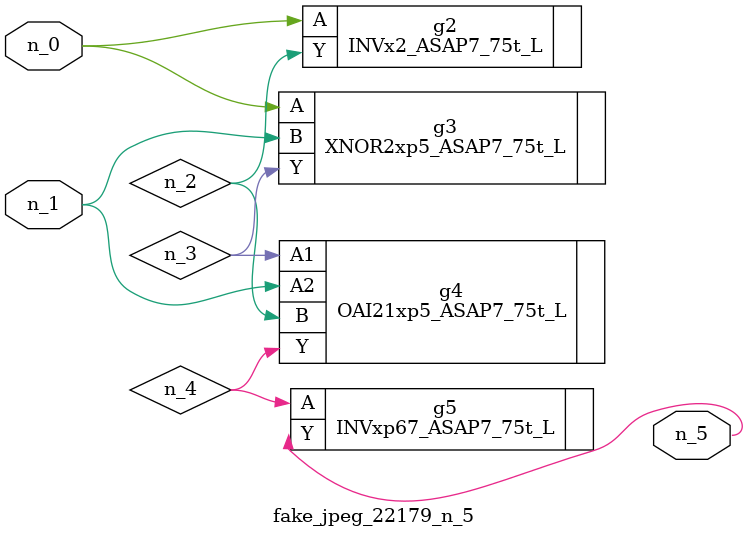
<source format=v>
module fake_jpeg_22179_n_5 (n_0, n_1, n_5);

input n_0;
input n_1;

output n_5;

wire n_2;
wire n_3;
wire n_4;

INVx2_ASAP7_75t_L g2 ( 
.A(n_0),
.Y(n_2)
);

XNOR2xp5_ASAP7_75t_L g3 ( 
.A(n_0),
.B(n_1),
.Y(n_3)
);

OAI21xp5_ASAP7_75t_L g4 ( 
.A1(n_3),
.A2(n_1),
.B(n_2),
.Y(n_4)
);

INVxp67_ASAP7_75t_L g5 ( 
.A(n_4),
.Y(n_5)
);


endmodule
</source>
